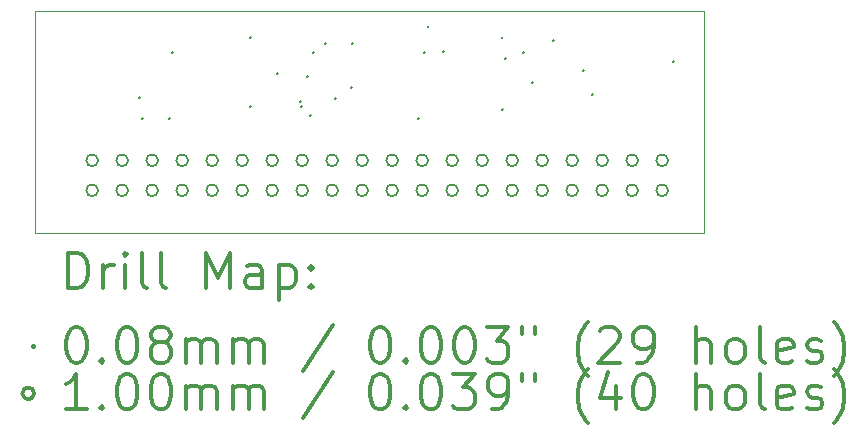
<source format=gbr>
%FSLAX45Y45*%
G04 Gerber Fmt 4.5, Leading zero omitted, Abs format (unit mm)*
G04 Created by KiCad (PCBNEW 5.1.6) date 2020-08-30 14:34:45*
%MOMM*%
%LPD*%
G01*
G04 APERTURE LIST*
%TA.AperFunction,Profile*%
%ADD10C,0.050000*%
%TD*%
%ADD11C,0.200000*%
%ADD12C,0.300000*%
G04 APERTURE END LIST*
D10*
X23037800Y-11938000D02*
X17373600Y-11938000D01*
X17373600Y-10058400D02*
X17373600Y-11938000D01*
X23037800Y-10058400D02*
X17373600Y-10058400D01*
X23037800Y-11938000D02*
X23037800Y-10058400D01*
D11*
X18258790Y-10791190D02*
X18266410Y-10798810D01*
X18266410Y-10791190D02*
X18258790Y-10798810D01*
X18284190Y-10968990D02*
X18291810Y-10976610D01*
X18291810Y-10968990D02*
X18284190Y-10976610D01*
X18512790Y-10968990D02*
X18520410Y-10976610D01*
X18520410Y-10968990D02*
X18512790Y-10976610D01*
X18538190Y-10410190D02*
X18545810Y-10417810D01*
X18545810Y-10410190D02*
X18538190Y-10417810D01*
X19198590Y-10283190D02*
X19206210Y-10290810D01*
X19206210Y-10283190D02*
X19198590Y-10290810D01*
X19198590Y-10867390D02*
X19206210Y-10875010D01*
X19206210Y-10867390D02*
X19198590Y-10875010D01*
X19427190Y-10587990D02*
X19434810Y-10595610D01*
X19434810Y-10587990D02*
X19427190Y-10595610D01*
X19625310Y-10821670D02*
X19632930Y-10829290D01*
X19632930Y-10821670D02*
X19625310Y-10829290D01*
X19630390Y-10867390D02*
X19638010Y-10875010D01*
X19638010Y-10867390D02*
X19630390Y-10875010D01*
X19681190Y-10613390D02*
X19688810Y-10621010D01*
X19688810Y-10613390D02*
X19681190Y-10621010D01*
X19706590Y-10943590D02*
X19714210Y-10951210D01*
X19714210Y-10943590D02*
X19706590Y-10951210D01*
X19731990Y-10410190D02*
X19739610Y-10417810D01*
X19739610Y-10410190D02*
X19731990Y-10417810D01*
X19833590Y-10333990D02*
X19841210Y-10341610D01*
X19841210Y-10333990D02*
X19833590Y-10341610D01*
X19919040Y-10795360D02*
X19926660Y-10802980D01*
X19926660Y-10795360D02*
X19919040Y-10802980D01*
X20052030Y-10699750D02*
X20059650Y-10707370D01*
X20059650Y-10699750D02*
X20052030Y-10707370D01*
X20062190Y-10333990D02*
X20069810Y-10341610D01*
X20069810Y-10333990D02*
X20062190Y-10341610D01*
X20620990Y-10968990D02*
X20628610Y-10976610D01*
X20628610Y-10968990D02*
X20620990Y-10976610D01*
X20671790Y-10410190D02*
X20679410Y-10417810D01*
X20679410Y-10410190D02*
X20671790Y-10417810D01*
X20700966Y-10190254D02*
X20708586Y-10197874D01*
X20708586Y-10190254D02*
X20700966Y-10197874D01*
X20829270Y-10400030D02*
X20836890Y-10407650D01*
X20836890Y-10400030D02*
X20829270Y-10407650D01*
X21327495Y-10278495D02*
X21335115Y-10286115D01*
X21335115Y-10278495D02*
X21327495Y-10286115D01*
X21332190Y-10892790D02*
X21339810Y-10900410D01*
X21339810Y-10892790D02*
X21332190Y-10900410D01*
X21357590Y-10460990D02*
X21365210Y-10468610D01*
X21365210Y-10460990D02*
X21357590Y-10468610D01*
X21509990Y-10410190D02*
X21517610Y-10417810D01*
X21517610Y-10410190D02*
X21509990Y-10417810D01*
X21586190Y-10664190D02*
X21593810Y-10671810D01*
X21593810Y-10664190D02*
X21586190Y-10671810D01*
X21763990Y-10308590D02*
X21771610Y-10316210D01*
X21771610Y-10308590D02*
X21763990Y-10316210D01*
X22017990Y-10562590D02*
X22025610Y-10570210D01*
X22025610Y-10562590D02*
X22017990Y-10570210D01*
X22094190Y-10765790D02*
X22101810Y-10773410D01*
X22101810Y-10765790D02*
X22094190Y-10773410D01*
X22779990Y-10486390D02*
X22787610Y-10494010D01*
X22787610Y-10486390D02*
X22779990Y-10494010D01*
X17911280Y-11323320D02*
G75*
G03*
X17911280Y-11323320I-50000J0D01*
G01*
X17911280Y-11577320D02*
G75*
G03*
X17911280Y-11577320I-50000J0D01*
G01*
X18165280Y-11323320D02*
G75*
G03*
X18165280Y-11323320I-50000J0D01*
G01*
X18165280Y-11577320D02*
G75*
G03*
X18165280Y-11577320I-50000J0D01*
G01*
X18419280Y-11323320D02*
G75*
G03*
X18419280Y-11323320I-50000J0D01*
G01*
X18419280Y-11577320D02*
G75*
G03*
X18419280Y-11577320I-50000J0D01*
G01*
X18673280Y-11323320D02*
G75*
G03*
X18673280Y-11323320I-50000J0D01*
G01*
X18673280Y-11577320D02*
G75*
G03*
X18673280Y-11577320I-50000J0D01*
G01*
X18927280Y-11323320D02*
G75*
G03*
X18927280Y-11323320I-50000J0D01*
G01*
X18927280Y-11577320D02*
G75*
G03*
X18927280Y-11577320I-50000J0D01*
G01*
X19181280Y-11323320D02*
G75*
G03*
X19181280Y-11323320I-50000J0D01*
G01*
X19181280Y-11577320D02*
G75*
G03*
X19181280Y-11577320I-50000J0D01*
G01*
X19435280Y-11323320D02*
G75*
G03*
X19435280Y-11323320I-50000J0D01*
G01*
X19435280Y-11577320D02*
G75*
G03*
X19435280Y-11577320I-50000J0D01*
G01*
X19689280Y-11323320D02*
G75*
G03*
X19689280Y-11323320I-50000J0D01*
G01*
X19689280Y-11577320D02*
G75*
G03*
X19689280Y-11577320I-50000J0D01*
G01*
X19943280Y-11323320D02*
G75*
G03*
X19943280Y-11323320I-50000J0D01*
G01*
X19943280Y-11577320D02*
G75*
G03*
X19943280Y-11577320I-50000J0D01*
G01*
X20197280Y-11323320D02*
G75*
G03*
X20197280Y-11323320I-50000J0D01*
G01*
X20197280Y-11577320D02*
G75*
G03*
X20197280Y-11577320I-50000J0D01*
G01*
X20451280Y-11323320D02*
G75*
G03*
X20451280Y-11323320I-50000J0D01*
G01*
X20451280Y-11577320D02*
G75*
G03*
X20451280Y-11577320I-50000J0D01*
G01*
X20705280Y-11323320D02*
G75*
G03*
X20705280Y-11323320I-50000J0D01*
G01*
X20705280Y-11577320D02*
G75*
G03*
X20705280Y-11577320I-50000J0D01*
G01*
X20959280Y-11323320D02*
G75*
G03*
X20959280Y-11323320I-50000J0D01*
G01*
X20959280Y-11577320D02*
G75*
G03*
X20959280Y-11577320I-50000J0D01*
G01*
X21213280Y-11323320D02*
G75*
G03*
X21213280Y-11323320I-50000J0D01*
G01*
X21213280Y-11577320D02*
G75*
G03*
X21213280Y-11577320I-50000J0D01*
G01*
X21467280Y-11323320D02*
G75*
G03*
X21467280Y-11323320I-50000J0D01*
G01*
X21467280Y-11577320D02*
G75*
G03*
X21467280Y-11577320I-50000J0D01*
G01*
X21721280Y-11323320D02*
G75*
G03*
X21721280Y-11323320I-50000J0D01*
G01*
X21721280Y-11577320D02*
G75*
G03*
X21721280Y-11577320I-50000J0D01*
G01*
X21975280Y-11323320D02*
G75*
G03*
X21975280Y-11323320I-50000J0D01*
G01*
X21975280Y-11577320D02*
G75*
G03*
X21975280Y-11577320I-50000J0D01*
G01*
X22229280Y-11323320D02*
G75*
G03*
X22229280Y-11323320I-50000J0D01*
G01*
X22229280Y-11577320D02*
G75*
G03*
X22229280Y-11577320I-50000J0D01*
G01*
X22483280Y-11323320D02*
G75*
G03*
X22483280Y-11323320I-50000J0D01*
G01*
X22483280Y-11577320D02*
G75*
G03*
X22483280Y-11577320I-50000J0D01*
G01*
X22737280Y-11323320D02*
G75*
G03*
X22737280Y-11323320I-50000J0D01*
G01*
X22737280Y-11577320D02*
G75*
G03*
X22737280Y-11577320I-50000J0D01*
G01*
D12*
X17657528Y-12406214D02*
X17657528Y-12106214D01*
X17728957Y-12106214D01*
X17771814Y-12120500D01*
X17800386Y-12149071D01*
X17814671Y-12177643D01*
X17828957Y-12234786D01*
X17828957Y-12277643D01*
X17814671Y-12334786D01*
X17800386Y-12363357D01*
X17771814Y-12391929D01*
X17728957Y-12406214D01*
X17657528Y-12406214D01*
X17957528Y-12406214D02*
X17957528Y-12206214D01*
X17957528Y-12263357D02*
X17971814Y-12234786D01*
X17986100Y-12220500D01*
X18014671Y-12206214D01*
X18043243Y-12206214D01*
X18143243Y-12406214D02*
X18143243Y-12206214D01*
X18143243Y-12106214D02*
X18128957Y-12120500D01*
X18143243Y-12134786D01*
X18157528Y-12120500D01*
X18143243Y-12106214D01*
X18143243Y-12134786D01*
X18328957Y-12406214D02*
X18300386Y-12391929D01*
X18286100Y-12363357D01*
X18286100Y-12106214D01*
X18486100Y-12406214D02*
X18457528Y-12391929D01*
X18443243Y-12363357D01*
X18443243Y-12106214D01*
X18828957Y-12406214D02*
X18828957Y-12106214D01*
X18928957Y-12320500D01*
X19028957Y-12106214D01*
X19028957Y-12406214D01*
X19300386Y-12406214D02*
X19300386Y-12249071D01*
X19286100Y-12220500D01*
X19257528Y-12206214D01*
X19200386Y-12206214D01*
X19171814Y-12220500D01*
X19300386Y-12391929D02*
X19271814Y-12406214D01*
X19200386Y-12406214D01*
X19171814Y-12391929D01*
X19157528Y-12363357D01*
X19157528Y-12334786D01*
X19171814Y-12306214D01*
X19200386Y-12291929D01*
X19271814Y-12291929D01*
X19300386Y-12277643D01*
X19443243Y-12206214D02*
X19443243Y-12506214D01*
X19443243Y-12220500D02*
X19471814Y-12206214D01*
X19528957Y-12206214D01*
X19557528Y-12220500D01*
X19571814Y-12234786D01*
X19586100Y-12263357D01*
X19586100Y-12349071D01*
X19571814Y-12377643D01*
X19557528Y-12391929D01*
X19528957Y-12406214D01*
X19471814Y-12406214D01*
X19443243Y-12391929D01*
X19714671Y-12377643D02*
X19728957Y-12391929D01*
X19714671Y-12406214D01*
X19700386Y-12391929D01*
X19714671Y-12377643D01*
X19714671Y-12406214D01*
X19714671Y-12220500D02*
X19728957Y-12234786D01*
X19714671Y-12249071D01*
X19700386Y-12234786D01*
X19714671Y-12220500D01*
X19714671Y-12249071D01*
X17363480Y-12896690D02*
X17371100Y-12904310D01*
X17371100Y-12896690D02*
X17363480Y-12904310D01*
X17714671Y-12736214D02*
X17743243Y-12736214D01*
X17771814Y-12750500D01*
X17786100Y-12764786D01*
X17800386Y-12793357D01*
X17814671Y-12850500D01*
X17814671Y-12921929D01*
X17800386Y-12979071D01*
X17786100Y-13007643D01*
X17771814Y-13021929D01*
X17743243Y-13036214D01*
X17714671Y-13036214D01*
X17686100Y-13021929D01*
X17671814Y-13007643D01*
X17657528Y-12979071D01*
X17643243Y-12921929D01*
X17643243Y-12850500D01*
X17657528Y-12793357D01*
X17671814Y-12764786D01*
X17686100Y-12750500D01*
X17714671Y-12736214D01*
X17943243Y-13007643D02*
X17957528Y-13021929D01*
X17943243Y-13036214D01*
X17928957Y-13021929D01*
X17943243Y-13007643D01*
X17943243Y-13036214D01*
X18143243Y-12736214D02*
X18171814Y-12736214D01*
X18200386Y-12750500D01*
X18214671Y-12764786D01*
X18228957Y-12793357D01*
X18243243Y-12850500D01*
X18243243Y-12921929D01*
X18228957Y-12979071D01*
X18214671Y-13007643D01*
X18200386Y-13021929D01*
X18171814Y-13036214D01*
X18143243Y-13036214D01*
X18114671Y-13021929D01*
X18100386Y-13007643D01*
X18086100Y-12979071D01*
X18071814Y-12921929D01*
X18071814Y-12850500D01*
X18086100Y-12793357D01*
X18100386Y-12764786D01*
X18114671Y-12750500D01*
X18143243Y-12736214D01*
X18414671Y-12864786D02*
X18386100Y-12850500D01*
X18371814Y-12836214D01*
X18357528Y-12807643D01*
X18357528Y-12793357D01*
X18371814Y-12764786D01*
X18386100Y-12750500D01*
X18414671Y-12736214D01*
X18471814Y-12736214D01*
X18500386Y-12750500D01*
X18514671Y-12764786D01*
X18528957Y-12793357D01*
X18528957Y-12807643D01*
X18514671Y-12836214D01*
X18500386Y-12850500D01*
X18471814Y-12864786D01*
X18414671Y-12864786D01*
X18386100Y-12879071D01*
X18371814Y-12893357D01*
X18357528Y-12921929D01*
X18357528Y-12979071D01*
X18371814Y-13007643D01*
X18386100Y-13021929D01*
X18414671Y-13036214D01*
X18471814Y-13036214D01*
X18500386Y-13021929D01*
X18514671Y-13007643D01*
X18528957Y-12979071D01*
X18528957Y-12921929D01*
X18514671Y-12893357D01*
X18500386Y-12879071D01*
X18471814Y-12864786D01*
X18657528Y-13036214D02*
X18657528Y-12836214D01*
X18657528Y-12864786D02*
X18671814Y-12850500D01*
X18700386Y-12836214D01*
X18743243Y-12836214D01*
X18771814Y-12850500D01*
X18786100Y-12879071D01*
X18786100Y-13036214D01*
X18786100Y-12879071D02*
X18800386Y-12850500D01*
X18828957Y-12836214D01*
X18871814Y-12836214D01*
X18900386Y-12850500D01*
X18914671Y-12879071D01*
X18914671Y-13036214D01*
X19057528Y-13036214D02*
X19057528Y-12836214D01*
X19057528Y-12864786D02*
X19071814Y-12850500D01*
X19100386Y-12836214D01*
X19143243Y-12836214D01*
X19171814Y-12850500D01*
X19186100Y-12879071D01*
X19186100Y-13036214D01*
X19186100Y-12879071D02*
X19200386Y-12850500D01*
X19228957Y-12836214D01*
X19271814Y-12836214D01*
X19300386Y-12850500D01*
X19314671Y-12879071D01*
X19314671Y-13036214D01*
X19900386Y-12721929D02*
X19643243Y-13107643D01*
X20286100Y-12736214D02*
X20314671Y-12736214D01*
X20343243Y-12750500D01*
X20357528Y-12764786D01*
X20371814Y-12793357D01*
X20386100Y-12850500D01*
X20386100Y-12921929D01*
X20371814Y-12979071D01*
X20357528Y-13007643D01*
X20343243Y-13021929D01*
X20314671Y-13036214D01*
X20286100Y-13036214D01*
X20257528Y-13021929D01*
X20243243Y-13007643D01*
X20228957Y-12979071D01*
X20214671Y-12921929D01*
X20214671Y-12850500D01*
X20228957Y-12793357D01*
X20243243Y-12764786D01*
X20257528Y-12750500D01*
X20286100Y-12736214D01*
X20514671Y-13007643D02*
X20528957Y-13021929D01*
X20514671Y-13036214D01*
X20500386Y-13021929D01*
X20514671Y-13007643D01*
X20514671Y-13036214D01*
X20714671Y-12736214D02*
X20743243Y-12736214D01*
X20771814Y-12750500D01*
X20786100Y-12764786D01*
X20800386Y-12793357D01*
X20814671Y-12850500D01*
X20814671Y-12921929D01*
X20800386Y-12979071D01*
X20786100Y-13007643D01*
X20771814Y-13021929D01*
X20743243Y-13036214D01*
X20714671Y-13036214D01*
X20686100Y-13021929D01*
X20671814Y-13007643D01*
X20657528Y-12979071D01*
X20643243Y-12921929D01*
X20643243Y-12850500D01*
X20657528Y-12793357D01*
X20671814Y-12764786D01*
X20686100Y-12750500D01*
X20714671Y-12736214D01*
X21000386Y-12736214D02*
X21028957Y-12736214D01*
X21057528Y-12750500D01*
X21071814Y-12764786D01*
X21086100Y-12793357D01*
X21100386Y-12850500D01*
X21100386Y-12921929D01*
X21086100Y-12979071D01*
X21071814Y-13007643D01*
X21057528Y-13021929D01*
X21028957Y-13036214D01*
X21000386Y-13036214D01*
X20971814Y-13021929D01*
X20957528Y-13007643D01*
X20943243Y-12979071D01*
X20928957Y-12921929D01*
X20928957Y-12850500D01*
X20943243Y-12793357D01*
X20957528Y-12764786D01*
X20971814Y-12750500D01*
X21000386Y-12736214D01*
X21200386Y-12736214D02*
X21386100Y-12736214D01*
X21286100Y-12850500D01*
X21328957Y-12850500D01*
X21357528Y-12864786D01*
X21371814Y-12879071D01*
X21386100Y-12907643D01*
X21386100Y-12979071D01*
X21371814Y-13007643D01*
X21357528Y-13021929D01*
X21328957Y-13036214D01*
X21243243Y-13036214D01*
X21214671Y-13021929D01*
X21200386Y-13007643D01*
X21500386Y-12736214D02*
X21500386Y-12793357D01*
X21614671Y-12736214D02*
X21614671Y-12793357D01*
X22057528Y-13150500D02*
X22043243Y-13136214D01*
X22014671Y-13093357D01*
X22000386Y-13064786D01*
X21986100Y-13021929D01*
X21971814Y-12950500D01*
X21971814Y-12893357D01*
X21986100Y-12821929D01*
X22000386Y-12779071D01*
X22014671Y-12750500D01*
X22043243Y-12707643D01*
X22057528Y-12693357D01*
X22157528Y-12764786D02*
X22171814Y-12750500D01*
X22200386Y-12736214D01*
X22271814Y-12736214D01*
X22300386Y-12750500D01*
X22314671Y-12764786D01*
X22328957Y-12793357D01*
X22328957Y-12821929D01*
X22314671Y-12864786D01*
X22143243Y-13036214D01*
X22328957Y-13036214D01*
X22471814Y-13036214D02*
X22528957Y-13036214D01*
X22557528Y-13021929D01*
X22571814Y-13007643D01*
X22600386Y-12964786D01*
X22614671Y-12907643D01*
X22614671Y-12793357D01*
X22600386Y-12764786D01*
X22586100Y-12750500D01*
X22557528Y-12736214D01*
X22500386Y-12736214D01*
X22471814Y-12750500D01*
X22457528Y-12764786D01*
X22443243Y-12793357D01*
X22443243Y-12864786D01*
X22457528Y-12893357D01*
X22471814Y-12907643D01*
X22500386Y-12921929D01*
X22557528Y-12921929D01*
X22586100Y-12907643D01*
X22600386Y-12893357D01*
X22614671Y-12864786D01*
X22971814Y-13036214D02*
X22971814Y-12736214D01*
X23100386Y-13036214D02*
X23100386Y-12879071D01*
X23086100Y-12850500D01*
X23057528Y-12836214D01*
X23014671Y-12836214D01*
X22986100Y-12850500D01*
X22971814Y-12864786D01*
X23286100Y-13036214D02*
X23257528Y-13021929D01*
X23243243Y-13007643D01*
X23228957Y-12979071D01*
X23228957Y-12893357D01*
X23243243Y-12864786D01*
X23257528Y-12850500D01*
X23286100Y-12836214D01*
X23328957Y-12836214D01*
X23357528Y-12850500D01*
X23371814Y-12864786D01*
X23386100Y-12893357D01*
X23386100Y-12979071D01*
X23371814Y-13007643D01*
X23357528Y-13021929D01*
X23328957Y-13036214D01*
X23286100Y-13036214D01*
X23557528Y-13036214D02*
X23528957Y-13021929D01*
X23514671Y-12993357D01*
X23514671Y-12736214D01*
X23786100Y-13021929D02*
X23757528Y-13036214D01*
X23700386Y-13036214D01*
X23671814Y-13021929D01*
X23657528Y-12993357D01*
X23657528Y-12879071D01*
X23671814Y-12850500D01*
X23700386Y-12836214D01*
X23757528Y-12836214D01*
X23786100Y-12850500D01*
X23800386Y-12879071D01*
X23800386Y-12907643D01*
X23657528Y-12936214D01*
X23914671Y-13021929D02*
X23943243Y-13036214D01*
X24000386Y-13036214D01*
X24028957Y-13021929D01*
X24043243Y-12993357D01*
X24043243Y-12979071D01*
X24028957Y-12950500D01*
X24000386Y-12936214D01*
X23957528Y-12936214D01*
X23928957Y-12921929D01*
X23914671Y-12893357D01*
X23914671Y-12879071D01*
X23928957Y-12850500D01*
X23957528Y-12836214D01*
X24000386Y-12836214D01*
X24028957Y-12850500D01*
X24143243Y-13150500D02*
X24157528Y-13136214D01*
X24186100Y-13093357D01*
X24200386Y-13064786D01*
X24214671Y-13021929D01*
X24228957Y-12950500D01*
X24228957Y-12893357D01*
X24214671Y-12821929D01*
X24200386Y-12779071D01*
X24186100Y-12750500D01*
X24157528Y-12707643D01*
X24143243Y-12693357D01*
X17371100Y-13296500D02*
G75*
G03*
X17371100Y-13296500I-50000J0D01*
G01*
X17814671Y-13432214D02*
X17643243Y-13432214D01*
X17728957Y-13432214D02*
X17728957Y-13132214D01*
X17700386Y-13175071D01*
X17671814Y-13203643D01*
X17643243Y-13217929D01*
X17943243Y-13403643D02*
X17957528Y-13417929D01*
X17943243Y-13432214D01*
X17928957Y-13417929D01*
X17943243Y-13403643D01*
X17943243Y-13432214D01*
X18143243Y-13132214D02*
X18171814Y-13132214D01*
X18200386Y-13146500D01*
X18214671Y-13160786D01*
X18228957Y-13189357D01*
X18243243Y-13246500D01*
X18243243Y-13317929D01*
X18228957Y-13375071D01*
X18214671Y-13403643D01*
X18200386Y-13417929D01*
X18171814Y-13432214D01*
X18143243Y-13432214D01*
X18114671Y-13417929D01*
X18100386Y-13403643D01*
X18086100Y-13375071D01*
X18071814Y-13317929D01*
X18071814Y-13246500D01*
X18086100Y-13189357D01*
X18100386Y-13160786D01*
X18114671Y-13146500D01*
X18143243Y-13132214D01*
X18428957Y-13132214D02*
X18457528Y-13132214D01*
X18486100Y-13146500D01*
X18500386Y-13160786D01*
X18514671Y-13189357D01*
X18528957Y-13246500D01*
X18528957Y-13317929D01*
X18514671Y-13375071D01*
X18500386Y-13403643D01*
X18486100Y-13417929D01*
X18457528Y-13432214D01*
X18428957Y-13432214D01*
X18400386Y-13417929D01*
X18386100Y-13403643D01*
X18371814Y-13375071D01*
X18357528Y-13317929D01*
X18357528Y-13246500D01*
X18371814Y-13189357D01*
X18386100Y-13160786D01*
X18400386Y-13146500D01*
X18428957Y-13132214D01*
X18657528Y-13432214D02*
X18657528Y-13232214D01*
X18657528Y-13260786D02*
X18671814Y-13246500D01*
X18700386Y-13232214D01*
X18743243Y-13232214D01*
X18771814Y-13246500D01*
X18786100Y-13275071D01*
X18786100Y-13432214D01*
X18786100Y-13275071D02*
X18800386Y-13246500D01*
X18828957Y-13232214D01*
X18871814Y-13232214D01*
X18900386Y-13246500D01*
X18914671Y-13275071D01*
X18914671Y-13432214D01*
X19057528Y-13432214D02*
X19057528Y-13232214D01*
X19057528Y-13260786D02*
X19071814Y-13246500D01*
X19100386Y-13232214D01*
X19143243Y-13232214D01*
X19171814Y-13246500D01*
X19186100Y-13275071D01*
X19186100Y-13432214D01*
X19186100Y-13275071D02*
X19200386Y-13246500D01*
X19228957Y-13232214D01*
X19271814Y-13232214D01*
X19300386Y-13246500D01*
X19314671Y-13275071D01*
X19314671Y-13432214D01*
X19900386Y-13117929D02*
X19643243Y-13503643D01*
X20286100Y-13132214D02*
X20314671Y-13132214D01*
X20343243Y-13146500D01*
X20357528Y-13160786D01*
X20371814Y-13189357D01*
X20386100Y-13246500D01*
X20386100Y-13317929D01*
X20371814Y-13375071D01*
X20357528Y-13403643D01*
X20343243Y-13417929D01*
X20314671Y-13432214D01*
X20286100Y-13432214D01*
X20257528Y-13417929D01*
X20243243Y-13403643D01*
X20228957Y-13375071D01*
X20214671Y-13317929D01*
X20214671Y-13246500D01*
X20228957Y-13189357D01*
X20243243Y-13160786D01*
X20257528Y-13146500D01*
X20286100Y-13132214D01*
X20514671Y-13403643D02*
X20528957Y-13417929D01*
X20514671Y-13432214D01*
X20500386Y-13417929D01*
X20514671Y-13403643D01*
X20514671Y-13432214D01*
X20714671Y-13132214D02*
X20743243Y-13132214D01*
X20771814Y-13146500D01*
X20786100Y-13160786D01*
X20800386Y-13189357D01*
X20814671Y-13246500D01*
X20814671Y-13317929D01*
X20800386Y-13375071D01*
X20786100Y-13403643D01*
X20771814Y-13417929D01*
X20743243Y-13432214D01*
X20714671Y-13432214D01*
X20686100Y-13417929D01*
X20671814Y-13403643D01*
X20657528Y-13375071D01*
X20643243Y-13317929D01*
X20643243Y-13246500D01*
X20657528Y-13189357D01*
X20671814Y-13160786D01*
X20686100Y-13146500D01*
X20714671Y-13132214D01*
X20914671Y-13132214D02*
X21100386Y-13132214D01*
X21000386Y-13246500D01*
X21043243Y-13246500D01*
X21071814Y-13260786D01*
X21086100Y-13275071D01*
X21100386Y-13303643D01*
X21100386Y-13375071D01*
X21086100Y-13403643D01*
X21071814Y-13417929D01*
X21043243Y-13432214D01*
X20957528Y-13432214D01*
X20928957Y-13417929D01*
X20914671Y-13403643D01*
X21243243Y-13432214D02*
X21300386Y-13432214D01*
X21328957Y-13417929D01*
X21343243Y-13403643D01*
X21371814Y-13360786D01*
X21386100Y-13303643D01*
X21386100Y-13189357D01*
X21371814Y-13160786D01*
X21357528Y-13146500D01*
X21328957Y-13132214D01*
X21271814Y-13132214D01*
X21243243Y-13146500D01*
X21228957Y-13160786D01*
X21214671Y-13189357D01*
X21214671Y-13260786D01*
X21228957Y-13289357D01*
X21243243Y-13303643D01*
X21271814Y-13317929D01*
X21328957Y-13317929D01*
X21357528Y-13303643D01*
X21371814Y-13289357D01*
X21386100Y-13260786D01*
X21500386Y-13132214D02*
X21500386Y-13189357D01*
X21614671Y-13132214D02*
X21614671Y-13189357D01*
X22057528Y-13546500D02*
X22043243Y-13532214D01*
X22014671Y-13489357D01*
X22000386Y-13460786D01*
X21986100Y-13417929D01*
X21971814Y-13346500D01*
X21971814Y-13289357D01*
X21986100Y-13217929D01*
X22000386Y-13175071D01*
X22014671Y-13146500D01*
X22043243Y-13103643D01*
X22057528Y-13089357D01*
X22300386Y-13232214D02*
X22300386Y-13432214D01*
X22228957Y-13117929D02*
X22157528Y-13332214D01*
X22343243Y-13332214D01*
X22514671Y-13132214D02*
X22543243Y-13132214D01*
X22571814Y-13146500D01*
X22586100Y-13160786D01*
X22600386Y-13189357D01*
X22614671Y-13246500D01*
X22614671Y-13317929D01*
X22600386Y-13375071D01*
X22586100Y-13403643D01*
X22571814Y-13417929D01*
X22543243Y-13432214D01*
X22514671Y-13432214D01*
X22486100Y-13417929D01*
X22471814Y-13403643D01*
X22457528Y-13375071D01*
X22443243Y-13317929D01*
X22443243Y-13246500D01*
X22457528Y-13189357D01*
X22471814Y-13160786D01*
X22486100Y-13146500D01*
X22514671Y-13132214D01*
X22971814Y-13432214D02*
X22971814Y-13132214D01*
X23100386Y-13432214D02*
X23100386Y-13275071D01*
X23086100Y-13246500D01*
X23057528Y-13232214D01*
X23014671Y-13232214D01*
X22986100Y-13246500D01*
X22971814Y-13260786D01*
X23286100Y-13432214D02*
X23257528Y-13417929D01*
X23243243Y-13403643D01*
X23228957Y-13375071D01*
X23228957Y-13289357D01*
X23243243Y-13260786D01*
X23257528Y-13246500D01*
X23286100Y-13232214D01*
X23328957Y-13232214D01*
X23357528Y-13246500D01*
X23371814Y-13260786D01*
X23386100Y-13289357D01*
X23386100Y-13375071D01*
X23371814Y-13403643D01*
X23357528Y-13417929D01*
X23328957Y-13432214D01*
X23286100Y-13432214D01*
X23557528Y-13432214D02*
X23528957Y-13417929D01*
X23514671Y-13389357D01*
X23514671Y-13132214D01*
X23786100Y-13417929D02*
X23757528Y-13432214D01*
X23700386Y-13432214D01*
X23671814Y-13417929D01*
X23657528Y-13389357D01*
X23657528Y-13275071D01*
X23671814Y-13246500D01*
X23700386Y-13232214D01*
X23757528Y-13232214D01*
X23786100Y-13246500D01*
X23800386Y-13275071D01*
X23800386Y-13303643D01*
X23657528Y-13332214D01*
X23914671Y-13417929D02*
X23943243Y-13432214D01*
X24000386Y-13432214D01*
X24028957Y-13417929D01*
X24043243Y-13389357D01*
X24043243Y-13375071D01*
X24028957Y-13346500D01*
X24000386Y-13332214D01*
X23957528Y-13332214D01*
X23928957Y-13317929D01*
X23914671Y-13289357D01*
X23914671Y-13275071D01*
X23928957Y-13246500D01*
X23957528Y-13232214D01*
X24000386Y-13232214D01*
X24028957Y-13246500D01*
X24143243Y-13546500D02*
X24157528Y-13532214D01*
X24186100Y-13489357D01*
X24200386Y-13460786D01*
X24214671Y-13417929D01*
X24228957Y-13346500D01*
X24228957Y-13289357D01*
X24214671Y-13217929D01*
X24200386Y-13175071D01*
X24186100Y-13146500D01*
X24157528Y-13103643D01*
X24143243Y-13089357D01*
M02*

</source>
